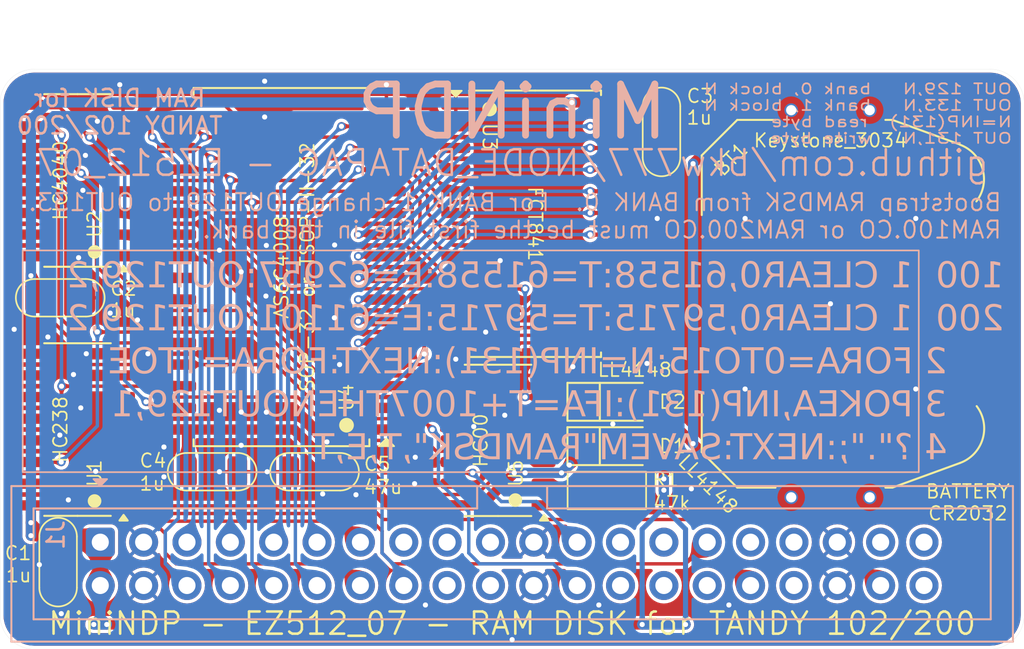
<source format=kicad_pcb>
(kicad_pcb (version 20240108) (generator "pcbnew") (generator_version "8.0")
  (title_block (title "MiniNDP") (date "2024-12-23") (rev "EZ512_07") (company "Brian K. White - b.kenyon.w@gmail.com") (comment 1 "github.com/bkw777/NODE_DATAPAC"))
  (layers (0 "F.Cu" signal) (31 "B.Cu" signal) (34 "B.Paste" user) (35 "F.Paste" user) (36 "B.SilkS" user "B.Silkscreen") (37 "F.SilkS" user "F.Silkscreen") (38 "B.Mask" user) (39 "F.Mask" user) (44 "Edge.Cuts" user))
  (net 0 "")
  (net 1 "GND")
  (net 2 "VMEM")
  (net 3 "VBUS")
  (net 4 "/AD0")
  (net 5 "/AD1")
  (net 6 "/AD2")
  (net 7 "/AD3")
  (net 8 "/AD4")
  (net 9 "/AD5")
  (net 10 "/AD6")
  (net 11 "/AD7")
  (net 12 "/A8")
  (net 13 "/A9")
  (net 14 "/~{RD}")
  (net 15 "/RAMRST")
  (net 16 "/~{Y0}")
  (net 17 "/(A)")
  (net 23 "/BUS_A10")
  (net 24 "/A5")
  (net 25 "/A6")
  (net 26 "/~{CE}")
  (net 27 "/A7")
  (net 28 "+BATT")
  (net 29 "/BUS_A8")
  (net 30 "/BUS_A9")
  (net 31 "/A0")
  (net 32 "/A1")
  (net 33 "/A2")
  (net 34 "/A3")
  (net 35 "/A4")
  (net 46 "/BYTE")
  (net 48 "/~{WR}")
  (net 50 "/A15")
  (net 51 "/A12")
  (net 52 "/A13")
  (net 53 "/A18")
  (net 54 "/A14")
  (net 55 "/A16")
  (net 56 "/A17")
  (net 57 "/A10")
  (net 58 "/A11")
  (net 59 "/BLOCK")
  (net 69 "Net-(U5-Pad3)")
  (footprint "000_LOCAL:C_1206" (layer "F.Cu") (at 125.475 99.425)
    (property "Reference" "C2")
    (property "Value" "1u")
  )
  (footprint "000_LOCAL:pth_nail" (layer "F.Cu") (at 168.3 88.425)
    (property "Reference" "REF**" (hide yes))
    (property "Value" "pth_nail" (hide yes))
  )
  (footprint "000_LOCAL:MiniNDP_Cover" (layer "F.Cu") (at 151.95 103.025)
    (property "Reference" "N1")
    (property "Value" "MiniNDP_Cover")
  )
  (footprint "000_LOCAL:Fiducial_0.75_1.5" (layer "F.Cu") (at 179.95 118.025)
    (property "Reference" "F2" (hide yes))
    (property "Value" "Fiducial_0.75_1.5" (hide yes))
  )
  (footprint "000_LOCAL:pth_nail" (layer "F.Cu") (at 172.9 88.425)
    (property "Reference" "REF**" (hide yes))
    (property "Value" "pth_nail" (hide yes))
  )
  (footprint "000_LOCAL:TSOP-II-SOP-32_dual" (layer "F.Cu") (at 138.4372 97.626 180)
    (property "Reference" "U4")
    (property "Value" "AS6C4008")
  )
  (footprint "000_LOCAL:SOIC-16_3.9x9.9mm_P1.27mm" (layer "F.Cu") (at 126.485 107.151 180)
    (property "Reference" "U1")
    (property "Value" "HC238")
  )
  (footprint "000_LOCAL:Fiducial_0.75_1.5" (layer "F.Cu") (at 179.95 88.025 90)
    (property "Reference" "F2" (hide yes))
    (property "Value" "Fiducial_0.75_1.5" (hide yes))
  )
  (footprint "000_LOCAL:R_1206" (layer "F.Cu") (at 157.5 110.725 180)
    (property "Reference" "R1")
    (property "Value" "47k")
  )
  (footprint "000_LOCAL:C_1206" (layer "F.Cu") (at 125.35 114.925 -90)
    (property "Reference" "C1")
    (property "Value" "1u")
  )
  (footprint "000_LOCAL:C_1206" (layer "F.Cu") (at 160.7 89.700001 -90)
    (property "Reference" "C3")
    (property "Value" "1u")
  )
  (footprint "000_LOCAL:SOIC-14_3.9x8.7mm_P1.27mm" (layer "F.Cu") (at 151.123 107.786 180)
    (property "Reference" "U5")
    (property "Value" "HC00")
  )
  (footprint "000_LOCAL:Fiducial_0.75_1.5" (layer "F.Cu") (at 123.95 118.025)
    (property "Reference" "F3" (hide yes))
    (property "Value" "Fiducial_0.75_1.5" (hide yes))
  )
  (footprint "000_LOCAL:pth_nail" (layer "F.Cu") (at 168.3 111.125)
    (property "Reference" "REF**" (hide yes))
    (property "Value" "pth_nail" (hide yes))
  )
  (footprint "000_LOCAL:D_MiniMELF" (layer "F.Cu") (at 157.85 105.525)
    (property "Reference" "D2")
    (property "Value" "LL4148")
  )
  (footprint "000_LOCAL:Keystone_3028_3034" (layer "F.Cu") (at 170.6 99.775 90)
    (property "Reference" "BT1")
    (property "Value" "Keystone_3034")
  )
  (footprint "000_LOCAL:SOIC-16_3.9x9.9mm_P1.27mm" (layer "F.Cu") (at 126.485 92.546 180)
    (property "Reference" "U2")
    (property "Value" "HC4040")
  )
  (footprint "000_LOCAL:SOIC-24" (layer "F.Cu") (at 153.298 95.086)
    (property "Reference" "U3")
    (property "Value" "FCT841")
  )
  (footprint "000_LOCAL:C_1206" (layer "F.Cu") (at 134.375001 109.625)
    (property "Reference" "C4")
    (property "Value" "1u")
  )
  (footprint "000_LOCAL:pth_nail" (layer "F.Cu") (at 172.9 111.125)
    (property "Reference" "REF**" (hide yes))
    (property "Value" "pth_nail" (hide yes))
  )
  (footprint "000_LOCAL:D_MiniMELF" (layer "F.Cu") (at 157.85 108.125)
    (property "Reference" "D1")
    (property "Value" "LL4148")
  )
  (footprint "000_LOCAL:C_1206" (layer "F.Cu") (at 140.374999 109.625 180)
    (property "Reference" "C5")
    (property "Value" "47u")
  )
  (footprint "000_LOCAL:IDC-Header_2x20_P2.54mm_Vertical" (layer "B.Cu") (at 127.820707 113.755707 -90)
    (property "Reference" "J1")
    (property "Value" "Conn_02x20_Odd_Even")
  )
  (gr_poly (pts (xy 127.439 118.581) (xy 128.201 118.581) (xy 128.201 118.579586) (xy 127.820707 118.199293)) (stroke (width 0.6)) (fill solid) (layer "B.Cu") (net 3))
  (gr_rect (start 123.275 96.65) (end 175.775 109.65) (stroke (width 0.1)) (fill none) (layer "B.SilkS"))
  (gr_line (start 123.95 86.025) (end 179.95 86.025) (stroke (width 0.01)) (layer "Edge.Cuts"))
  (gr_line (start 179.95 120.025) (end 123.95 120.025) (stroke (width 0.01)) (layer "Edge.Cuts"))
  (gr_arc (start 179.95 86.024999) (mid 181.364214 86.610786) (end 181.950001 88.025) (stroke (width 0.01)) (layer "Edge.Cuts"))
  (gr_arc (start 123.95 120.025) (mid 122.535786 119.439214) (end 121.95 118.025) (stroke (width 0.01)) (layer "Edge.Cuts"))
  (gr_arc (start 181.950001 118.025) (mid 181.364214 119.439214) (end 179.95 120.025001) (stroke (width 0.01)) (layer "Edge.Cuts"))
  (gr_line (start 181.95 88.025) (end 181.95 118.025) (stroke (width 0.01)) (layer "Edge.Cuts"))
  (gr_arc (start 121.949999 88.025) (mid 122.535786 86.610786) (end 123.95 86.024999) (stroke (width 0.01)) (layer "Edge.Cuts"))
  (gr_line (start 121.95 118.025) (end 121.95 88.025) (stroke (width 0.01)) (layer "Edge.Cuts"))
  (gr_text "${TITLE}" (at 151.95 88.525 0) (layer "B.SilkS") (effects (font (size 3 3) (thickness 0.4)) (justify mirror)))
  (gr_text "${COMMENT1} - ${REVISION}" (at 151.95 91.525 0) (layer "B.SilkS") (effects (font (size 1.5 1.5)) (justify mirror)))
  (gr_text "Bootstrap RAMDSK from BANK 0.  For BANK 1 change OUT129 to OUT133.\nRAM100.CO or RAM200.CO must be the first file in the bank." (at 180.7 96.025 0) (layer "B.SilkS") (effects (font (size 1 1) (thickness 0.12)) (justify left bottom mirror)))
  (gr_text "100  1 CLEAR0,61558:T=61558:E=62957:OUT129,2\n200  1 CLEAR0,59715:T=59715:E=61101:OUT129,2\n     2 FORA=0TO15:N=INP(131):NEXT:FORA=TTOE\n     3 POKEA,INP(131):IFA=T+1007THENOUT129,1\n     4 ?{dblquote}.{dblquote};:NEXT:SAVEM{dblquote}RAMDSK{dblquote},T,E,T" (at 180.775 109.15 0) (layer "B.SilkS") (effects (font (size 1.5 1.5) (thickness 0.1)) (justify left bottom mirror)))
  (gr_text "RAM DISK for\nTANDY 102/200" (at 128.95 88.525 0) (layer "B.SilkS") (effects (font (size 1 1)) (justify mirror)))
  (gr_text "OUT 129,N   bank 0, block N\nOUT 133,N   bank 1, block N\nN=INP(131)  read byte\nOUT 131,N   write byte" (at 181.3 88.625 0) (layer "B.SilkS") (effects (font (size 0.6 0.8) (thickness 0.1)) (justify left mirror)))
  (gr_text "SOP-32 or TSOP-II-32" (at 139.95 97.625 90) (layer "F.SilkS") (effects (font (size 0.8 0.8) (thickness 0.1))))
  (gr_text "${TITLE} - ${REVISION} - RAM DISK for TANDY 102/200" (at 151.95 118.525 0) (layer "F.SilkS") (effects (font (size 1.3 1.3))))
  (gr_text "BATTERY\nCR2032" (at 178.65 111.425 0) (layer "F.SilkS") (effects (font (size 0.8 0.8) (thickness 0.1))))
  (via (at 126.677 105.881) (size 0.5) (drill 0.3) (layers "F.Cu" "B.Cu") (net 1))
  (via (at 149.7 106.975) (size 0.5) (drill 0.3) (layers "F.Cu" "B.Cu") (net 1))
  (via (at 151.25 97.245) (size 0.5) (drill 0.3) (layers "F.Cu" "B.Cu") (net 1))
  (via (at 148.648 103.025) (size 0.5) (drill 0.3) (layers "F.Cu" "B.Cu") (net 1))
  (via (at 170.6 99.775) (size 0.5) (drill 0.3) (layers "F.Cu" "B.Cu") (net 1))
  (via (at 164.65 117.438) (size 0.5) (drill 0.3) (layers "F.Cu" "B.Cu") (net 1))
  (via (at 140.85 110.925) (size 0.5) (drill 0.3) (layers "F.Cu" "B.Cu") (net 1))
  (via (at 165.6 94.775) (size 0.5) (drill 0.3) (layers "F.Cu" "B.Cu") (net 1))
  (via (at 130.614 102.706) (size 0.5) (drill 0.3) (layers "F.Cu" "B.Cu") (net 1))
  (via (at 128.963 86.9326) (size 0.5) (drill 0.3) (layers "F.Cu" "B.Cu") (net 1))
  (via (at 137.6 109.625) (size 0.5) (drill 0.3) (layers "F.Cu" "B.Cu") (net 1))
  (via (at 146.235 110.326) (size 0.5) (drill 0.3) (layers "F.Cu" "B.Cu") (net 1))
  (via (at 141.1 107.875) (size 0.5) (drill 0.3) (layers "F.Cu" "B.Cu") (net 1))
  (via (at 137.55 106.135) (size 0.5) (drill 0.3) (layers "F.Cu" "B.Cu") (net 1))
  (via (at 175.6 94.775) (size 0.5) (drill 0.3) (layers "F.Cu" "B.Cu") (net 1))
  (via (at 125.45 107.475) (size 0.5) (drill 0.3) (layers "F.Cu" "B.Cu") (net 1))
  (via (at 141.8408 103.341) (size 0.5) (drill 0.3) (layers "F.Cu" "B.Cu") (net 1))
  (via (at 150.4 101.436) (size 0.5) (drill 0.3) (layers "F.Cu" "B.Cu") (net 1))
  (via (at 151.5182 106.3128) (size 0.5) (drill 0.3) (layers "F.Cu" "B.Cu") (net 1))
  (via (at 136.075 108.075) (size 0.5) (drill 0.3) (layers "F.Cu" "B.Cu") (net 1))
  (via (at 124.75 101.725) (size 0.5) (drill 0.3) (layers "F.Cu" "B.Cu") (net 1))
  (via (at 136.075 97.9054) (size 0.5) (drill 0.3) (layers "F.Cu" "B.Cu") (net 1))
  (via (at 125.534 117.946) (size 0.5) (drill 0.3) (layers "F.Cu" "B.Cu") (net 1))
  (via (at 137.55 96.356) (size 0.5) (drill 0.3) (layers "F.Cu" "B.Cu") (net 1))
  (via (at 134.8 109.625) (size 0.5) (drill 0.3) (layers "F.Cu" "B.Cu") (net 1))
  (via (at 126.25 103.925) (size 0.5) (drill 0.3) (layers "F.Cu" "B.Cu") (net 1))
  (via (at 126.95 91.075) (size 0.5) (drill 0.3) (layers "F.Cu" "B.Cu") (net 1))
  (via (at 122.775 101.275) (size 0.5) (drill 0.3) (layers "F.Cu" "B.Cu") (net 1))
  (via (at 126.8 93.125) (size 0.5) (drill 0.3) (layers "F.Cu" "B.Cu") (net 1))
  (via (at 126.55 97.075) (size 0.5) (drill 0.3) (layers "F.Cu" "B.Cu") (net 1))
  (via (at 137.45 88.825) (size 0.5) (drill 0.3) (layers "F.Cu" "B.Cu") (net 1))
  (via (at 130 100.725) (size 0.5) (drill 0.3) (layers "F.Cu" "B.Cu") (net 1))
  (via (at 165.6 104.775) (size 0.5) (drill 0.3) (layers "F.Cu" "B.Cu") (net 1))
  (via (at 136.075 106.125) (size 0.5) (drill 0.3) (layers "F.Cu" "B.Cu") (net 1))
  (via (at 146.87 117.438) (size 0.5) (drill 0.3) (layers "F.Cu" "B.Cu") (net 1))
  (via (at 151.95 119.47) (size 0.5) (drill 0.3) (layers "F.Cu" "B.Cu") (net 1))
  (via (at 127 102.706) (size 0.5) (drill 0.3) (layers "F.Cu" "B.Cu") (net 1))
  (via (at 127.55 109.6) (size 0.5) (drill 0.3) (layers "F.Cu" "B.Cu") (net 1))
  (via (at 155.506 103.468) (size 0.5) (drill 0.3) (layers "F.Cu" "B.Cu") (net 1))
  (via (at 124.25 115.075) (size 0.5) (drill 0.3) (layers "F.Cu" "B.Cu") (net 1))
  (via (at 141.55 96.3306) (size 0.5) (drill 0.3) (layers "F.Cu" "B.Cu") (net 1))
  (via (at 131.55 108.175) (size 0.5) (drill 0.3) (layers "F.Cu" "B.Cu") (net 1))
  (via (at 159.85 103.275) (size 0.5) (drill 0.3) (layers "F.Cu" "B.Cu") (net 1))
  (via (at 128.4 100.325) (size 0.5) (drill 0.3) (layers "F.Cu" "B.Cu") (net 1))
  (via (at 144.584 86.9326) (size 0.5) (drill 0.3) (layers "F.Cu" "B.Cu") (net 1))
  (via (at 134.8 106.025) (size 0.5) (drill 0.3) (layers "F.Cu" "B.Cu") (net 1))
  (via (at 146.275 108.775) (size 0.5) (drill 0.3) (layers "F.Cu" "B.Cu") (net 1))
  (via (at 141.536 100.5978) (size 0.5) (drill 0.3) (layers "F.Cu" "B.Cu") (net 1))
  (via (at 157.03 117.438) (size 0.5) (drill 0.3) (layers "F.Cu" "B.Cu") (net 1))
  (via (at 157.85 106.825) (size 0.5) (drill 0.3) (layers "F.Cu" "B.Cu") (net 1))
  (via (at 127.65 89.075) (size 0.5) (drill 0.3) (layers "F.Cu" "B.Cu") (net 1))
  (via (at 160.45 94.775) (size 0.5) (drill 0.3) (layers "F.Cu" "B.Cu") (net 1))
  (via (at 142.8 110.975) (size 0.5) (drill 0.3) (layers "F.Cu" "B.Cu") (net 1))
  (via (at 175.6 104.775) (size 0.5) (drill 0.3) (layers "F.Cu" "B.Cu") (net 1))
  (via (at 131.55 109.925) (size 0.5) (drill 0.3) (layers "F.Cu" "B.Cu") (net 1))
  (via (at 137.525 99.325) (size 0.5) (drill 0.3) (layers "F.Cu" "B.Cu") (net 1))
  (via (at 137.45 86.725) (size 0.5) (drill 0.3) (layers "F.Cu" "B.Cu") (net 1))
  (via (at 134.805 96.6354) (size 0.5) (drill 0.3) (layers "F.Cu" "B.Cu") (net 1))
  (via (at 125.95 111.275) (size 0.5) (drill 0.3) (layers "F.Cu" "B.Cu") (net 1))
  (via (at 162.45 110.625) (size 0.5) (drill 0.3) (layers "F.Cu" "B.Cu") (net 1))
  (segment (start 132.9 109.625) (end 132.9 107.151) (width 0.6) (layer "F.Cu") (net 2))
  (segment (start 150.172 111.596) (end 144.771 111.596) (width 0.6) (layer "F.Cu") (net 2))
  (segment (start 142.3 110.075) (end 141.85 109.625) (width 0.6) (layer "F.Cu") (net 2))
  (segment (start 139.176 107.151) (end 132.2904 107.151) (width 0.6) (layer "F.Cu") (net 2))
  (segment (start 141.05 109.025) (end 139.176 107.151) (width 0.6) (layer "F.Cu") (net 2))
  (segment (start 156.1 108.125) (end 156.1 105.525) (width 0.6) (layer "F.Cu") (net 2))
  (segment (start 143.25 110.075) (end 142.3 110.075) (width 0.6) (layer "F.Cu") (net 2))
  (segment (start 156.1 108.4366) (end 156.1 108.125) (width 0.6) (layer "F.Cu") (net 2))
  (segment (start 141.85 109.625) (end 141.85 109.025) (width 0.6) (layer "F.Cu") (net 2))
  (segment (start 141.85 109.025) (end 141.05 109.025) (width 0.6) (layer "F.Cu") (net 2))
  (segment (start 154.8456 109.691) (end 156.1 108.4366) (width 0.6) (layer "F.Cu") (net 2))
  (segment (start 152.077 109.691) (end 150.172 111.596) (width 0.6) (layer "F.Cu") (net 2))
  (segment (start 152.712 109.691) (end 152.077 109.691) (width 0.6) (layer "F.Cu") (net 2))
  (segment (start 144.771 111.596) (end 143.25 110.075) (width 0.6) (layer "F.Cu") (net 2))
  (segment (start 156.1 108.125) (end 156.1 108.8274) (width 0.3) (layer "F.Cu") (net 2))
  (segment (start 156.1 108.8274) (end 157.3094 108.8274) (width 0.3) (layer "F.Cu") (net 2))
  (segment (start 158.9625 110.4805) (end 158.9625 110.725) (width 0.3) (layer "F.Cu") (net 2))
  (segment (start 132.9 107.151) (end 132.2904 107.151) (width 0.6) (layer "F.Cu") (net 2))
  (segment (start 157.3094 108.8274) (end 158.9625 110.4805) (width 0.3) (layer "F.Cu") (net 2))
  (via (at 152.077 109.691) (size 0.6) (drill 0.3) (layers "F.Cu" "B.Cu") (net 2))
  (via (at 155.3028 109.2338) (size 0.6) (drill 0.3) (layers "F.Cu" "B.Cu") (net 2))
  (via (at 152.712 109.691) (size 0.6) (drill 0.3) (layers "F.Cu" "B.Cu") (net 2))
  (via (at 154.8456 109.691) (size 0.6) (drill 0.3) (layers "F.Cu" "B.Cu") (net 2))
  (segment (start 155.3028 109.2338) (end 154.8456 109.691) (width 0.6) (layer "B.Cu") (net 2))
  (segment (start 154.8456 109.691) (end 152.077 109.691) (width 0.6) (layer "B.Cu") (net 2))
  (segment (start 127.439 118.581) (end 162.11 118.581) (width 0.6) (layer "F.Cu") (net 3))
  (segment (start 123.756 112.612) (end 123.756 111.658) (width 0.6) (layer "F.Cu") (net 3))
  (segment (start 123.756 97.053) (end 123.818 96.991) (width 0.6) (layer "F.Cu") (net 3))
  (segment (start 123.756 98.134) (end 123.756 97.053) (width 0.6) (layer "F.Cu") (net 3))
  (segment (start 125.273999 113.373999) (end 124.518 113.373999) (width 0.6) (layer "F.Cu") (net 3))
  (segment (start 123.756 112.612) (end 123.756 113.373999) (width 0.6) (layer "F.Cu") (net 3))
  (segment (start 125.35 113.45) (end 127.515 113.45) (width 1) (layer "F.Cu") (net 3))
  (segment (start 127.82 116.295) (end 127.82 113.755) (width 0.6) (layer "F.Cu") (net 3))
  (segment (start 123.756001 112.612) (end 124.518 113.373999) (width 0.6) (layer "F.Cu") (net 3))
  (segment (start 127.515 113.45) (end 127.82 113.755) (width 1) (layer "F.Cu") (net 3))
  (segment (start 123.756 111.658) (end 123.818 111.596) (width 0.6) (layer "F.Cu") (net 3))
  (segment (start 124.518 113.373999) (end 123.756 113.373999) (width 0.6) (layer "F.Cu") (net 3))
  (segment (start 123.756 112.612) (end 123.756001 112.612) (width 0.6) (layer "F.Cu") (net 3))
  (segment (start 155.45 87.974) (end 160.449 87.974) (width 0.6) (layer "F.Cu") (net 3))
  (segment (start 160.449 87.974) (end 160.7 88.225) (width 0.6) (layer "F.Cu") (net 3))
  (segment (start 160.84 110.707) (end 160.84 109.365) (width 0.6) (layer "F.Cu") (net 3))
  (segment (start 124 99.425) (end 123.756 99.181) (width 0.6) (layer "F.Cu") (net 3))
  (segment (start 123.756 99.181) (end 123.756 98.134) (width 0.6) (layer "F.Cu") (net 3))
  (segment (start 160.84 109.365) (end 159.6 108.125) (width 0.6) (layer "F.Cu") (net 3))
  (via (at 160.84 110.0466) (size 0.6) (drill 0.3) (layers "F.Cu" "B.Cu") (net 3))
  (via (at 127.439 118.581) (size 0.6) (drill 0.3) (layers "F.Cu" "B.Cu") (net 3))
  (via (at 155.45 87.974) (size 0.6) (drill 0.3) (layers "F.Cu" "B.Cu") (net 3))
  (via (at 123.756 112.612) (size 0.6) (drill 0.3) (layers "F.Cu" "B.Cu") (net 3))
  (via (at 159.57 118.581) (size 0.6) (drill 0.3) (layers "F.Cu" "B.Cu") (net 3))
  (via (at 160.84 110.707) (size 0.6) (drill 0.3) (layers "F.Cu" "B.Cu") (net 3))
  (via (at 123.756 113.373999) (size 0.6) (drill 0.3) (layers "F.Cu" "B.Cu") (net 3))
  (via (at 128.201 118.581) (size 0.6) (drill 0.3) (layers "F.Cu" "B.Cu") (net 3))
  (via (at 123.756 98.134) (size 0.6) (drill 0.3) (layers "F.Cu" "B.Cu") (net 3))
  (via (at 162.11 118.581) (size 0.6) (drill 0.3) (layers "F.Cu" "B.Cu") (net 3))
  (segment (start 123.756 98.134) (end 123.756 88.994) (width 0.6) (layer "B.Cu") (net 3))
  (segment (start 159.57 118.581) (end 162.11 118.581) (width 0.6) (layer "B.Cu") (net 3))
  (segment (start 162.11 112.993) (end 162.11 118.581) (width 0.3) (layer "B.Cu") (net 3))
  (segment (start 160.84 110.0466) (end 160.84 111.723) (width 0.6) (layer "B.Cu") (net 3))
  (segment (start 159.57 112.993) (end 159.57 118.581) (width 0.3) (layer "B.Cu") (net 3))
  (segment (start 160.84 111.723) (end 159.57 112.993) (width 0.3) (layer "B.Cu") (net 3))
  (segment (start 127.82 116.295) (end 127.820707 116.295707) (width 0.6) (layer "B.Cu") (net 3))
  (segment (start 128.201 118.581) (end 127.439 118.581) (width 0.6) (layer "B.Cu") (net 3))
  (segment (start 124.776 87.974) (end 155.45 87.974) (width 0.6) (layer "B.Cu") (net 3))
  (segment (start 123.756 113.373999) (end 123.756 98.134) (width 0.6) (layer "B.Cu") (net 3))
  (segment (start 127.82 118.390146) (end 127.82 116.296414) (width 0.6) (layer "B.Cu") (net 3))
  (segment (start 123.756 88.994) (end 124.776 87.974) (width 0.6) (layer "B.Cu") (net 3))
  (segment (start 127.82 116.296414) (end 127.820707 116.295707) (width 1) (layer "B.Cu") (net 3))
  (segment (start 160.84 111.723) (end 162.11 112.993) (width 0.3) (layer "B.Cu") (net 3))
  (segment (start 139.189 88.736) (end 146.997 88.736) (width 0.2) (layer "F.Cu") (net 4))
  (segment (start 130.741 88.863) (end 131.503 88.101) (width 0.2) (layer "F.Cu") (net 4))
  (segment (start 135.076 88.101) (end 136.45 89.475) (width 0.2) (layer "F.Cu") (net 4))
  (segment (start 130.868 90.006) (end 130.741 89.879) (width 0.2) (layer "F.Cu") (net 4))
  (segment (start 138.45 89.475) (end 139.189 88.736) (width 0.2) (layer "F.Cu") (net 4))
  (segment (start 136.45 89.475) (end 138.45 89.475) (width 0.2) (layer "F.Cu") (net 4))
  (segment (start 147.505 89.244) (end 148.521 89.244) (width 0.2) (layer "F.Cu") (net 4))
  (segment (start 130.741 89.879) (end 130.741 88.863) (width 0.2) (layer "F.Cu") (net 4))
  (segment (start 148.521 89.244) (end 148.648 89.371) (width 0.2) (layer "F.Cu") (net 4))
  (segment (start 131.503 88.101) (end 132.2904 88.101) (width 0.2) (layer "F.Cu") (net 4))
  (segment (start 132.2904 88.101) (end 135.076 88.101) (width 0.2) (layer "F.Cu") (net 4))
  (segment (start 146.997 88.736) (end 147.505 89.244) (width 0.2) (layer "F.Cu") (net 4))
  (via (at 130.868 90.006) (size 0.5) (drill 0.3) (layers "F.Cu" "B.Cu") (net 4))
  (segment (start 132.392 112.358) (end 131.63 113.12) (width 0.2) (layer "B.Cu") (net 4))
  (segment (start 132.392 91.53) (end 132.392 112.358) (width 0.2) (layer "B.Cu") (net 4))
  (segment (start 130.868 90.006) (end 132.392 91.53) (width 0.2) (layer "B.Cu") (net 4))
  (segment (start 131.63 113.12) (end 131.63 115.025) (width 0.2) (layer "B.Cu") (net 4))
  (segment (start 131.63 115.025) (end 132.9 116.295) (width 0.2) (layer "B.Cu") (net 4))
  (segment (start 133.281 89.371) (end 132.2904 89.371) (width 0.2) (layer "F.Cu") (net 5))
  (segment (start 133.916 90.006) (end 133.281 89.371) (width 0.2) (layer "F.Cu") (net 5))
  (segment (start 148.195 91.911) (end 148.648 91.911) (width 0.2) (layer "F.Cu") (net 5))
  (segment (start 133.916 90.006) (end 146.29 90.006) (width 0.2) (layer "F.Cu") (net 5))
  (segment (start 146.29 90.006) (end 148.195 91.911) (width 0.2) (layer "F.Cu") (net 5))
  (via (at 133.916 90.006) (size 0.5) (drill 0.3) (layers "F.Cu" "B.Cu") (net 5))
  (segment (start 133.916 90.006) (end 133.281 90.641) (width 0.2) (layer "B.Cu") (net 5))
  (segment (start 133.281 113.374) (end 132.9 113.755) (width 0.2) (layer "B.Cu") (net 5))
  (segment (start 133.281 90.641) (end 133.281 113.374) (width 0.2) (layer "B.Cu") (net 5))
  (segment (start 145.981 91.276) (end 147 92.295) (width 0.2) (layer "F.Cu") (net 6))
  (segment (start 134.3 91.276) (end 133.665 90.641) (width 0.2) (layer "F.Cu") (net 6))
  (segment (start 148.076 94.451) (end 148.648 94.451) (width 0.2) (layer "F.Cu") (net 6))
  (segment (start 134.3 91.276) (end 145.981 91.276) (width 0.2) (layer "F.Cu") (net 6))
  (segment (start 133.665 90.641) (end 132.2904 90.641) (width 0.2) (layer "F.Cu") (net 6))
  (segment (start 147.45 93.825) (end 148.076 94.451) (width 0.2) (layer "F.Cu") (net 6))
  (segment (start 147 92.295) (end 147 92.7522) (width 0.2) (layer "F.Cu") (net 6))
  (segment (start 147 92.7522) (end 147.45 93.2022) (width 0.2) (layer "F.Cu") (net 6))
  (segment (start 147.45 93.2022) (end 147.45 93.825) (width 0.2) (layer "F.Cu") (net 6))
  (via (at 134.3 91.276) (size 0.5) (drill 0.3) (layers "F.Cu" "B.Cu") (net 6))
  (segment (start 134.3 91.276) (end 134.17 91.406) (width 0.2) (layer "B.Cu") (net 6))
  (segment (start 134.17 91.406) (end 134.17 115.025) (width 0.2) (layer "B.Cu") (net 6))
  (segment (start 134.17 115.025) (end 135.44 116.295) (width 0.2) (layer "B.Cu") (net 6))
  (segment (start 146.1 93.2746) (end 146.55 93.7246) (width 0.2) (layer "F.Cu") (net 7))
  (segment (start 145.851 92.546) (end 146.1 92.795) (width 0.2) (layer "F.Cu") (net 7))
  (segment (start 146.1 92.795) (end 146.1 93.2746) (width 0.2) (layer "F.Cu") (net 7))
  (segment (start 146.55 95.316) (end 148.225 96.991) (width 0.2) (layer "F.Cu") (net 7))
  (segment (start 135.461 92.546) (end 145.851 92.546) (width 0.2) (layer "F.Cu") (net 7))
  (segment (start 135.44 92.525) (end 134.826 91.911) (width 0.2) (layer "F.Cu") (net 7))
  (segment (start 146.55 93.7246) (end 146.55 95.316) (width 0.2) (layer "F.Cu") (net 7))
  (segment (start 134.826 91.911) (end 132.2904 91.911) (width 0.2) (layer "F.Cu") (net 7))
  (segment (start 148.225 96.991) (end 148.648 96.991) (width 0.2) (layer "F.Cu") (net 7))
  (segment (start 135.44 92.525) (end 135.461 92.546) (width 0.2) (layer "F.Cu") (net 7))
  (via (at 135.44 92.525) (size 0.5) (drill 0.3) (layers "F.Cu" "B.Cu") (net 7))
  (segment (start 135.44 92.525) (end 135.44 113.755) (width 0.2) (layer "B.Cu") (net 7))
  (segment (start 145.9 93.816) (end 146.1 94.016) (width 0.2) (layer "F.Cu") (net 8))
  (segment (start 146.1 96.125) (end 148.236 98.261) (width 0.2) (layer "F.Cu") (net 8))
  (segment (start 146.1 94.016) (end 146.1 96.125) (width 0.2) (layer "F.Cu") (net 8))
  (segment (start 136.71 93.825) (end 134.941 93.825) (width 0.2) (layer "F.Cu") (net 8))
  (segment (start 136.719 93.816) (end 145.9 93.816) (width 0.2) (layer "F.Cu") (net 8))
  (segment (start 136.71 93.825) (end 136.719 93.816) (width 0.2) (layer "F.Cu") (net 8))
  (segment (start 134.297 93.181) (end 132.2904 93.181) (width 0.2) (layer "F.Cu") (net 8))
  (segment (start 134.941 93.825) (end 134.297 93.181) (width 0.2) (layer "F.Cu") (net 8))
  (segment (start 148.236 98.261) (end 148.648 98.261) (width 0.2) (layer "F.Cu") (net 8))
  (via (at 136.71 93.825) (size 0.5) (drill 0.3) (layers "F.Cu" "B.Cu") (net 8))
  (segment (start 136.71 93.825) (end 136.71 115.025) (width 0.2) (layer "B.Cu") (net 8))
  (segment (start 136.71 115.025) (end 137.98 116.295) (width 0.2) (layer "B.Cu") (net 8))
  (segment (start 148.521 90.514) (end 148.648 90.641) (width 0.2) (layer "F.Cu") (net 9))
  (segment (start 144.584 89.371) (end 144.711 89.244) (width 0.2) (layer "F.Cu") (net 9))
  (segment (start 141.95 89.371) (end 144.584 89.371) (width 0.2) (layer "F.Cu") (net 9))
  (segment (start 147.5304 90.514) (end 148.521 90.514) (width 0.2) (layer "F.Cu") (net 9))
  (segment (start 146.2604 89.244) (end 147.5304 90.514) (width 0.2) (layer "F.Cu") (net 9))
  (segment (start 144.711 89.244) (end 146.2604 89.244) (width 0.2) (layer "F.Cu") (net 9))
  (via (at 141.95 89.371) (size 0.5) (drill 0.3) (layers "F.Cu" "B.Cu") (net 9))
  (segment (start 138.4 92.921) (end 138.4 113.335) (width 0.2) (layer "B.Cu") (net 9))
  (segment (start 141.95 89.371) (end 138.4 92.921) (width 0.2) (layer "B.Cu") (net 9))
  (segment (start 138.4 113.335) (end 137.98 113.755) (width 0.2) (layer "B.Cu") (net 9))
  (segment (start 148.214 93.181) (end 148.648 93.181) (width 0.2) (layer "F.Cu") (net 10))
  (segment (start 146.0826 90.641) (end 147.45 92.0084) (width 0.2) (layer "F.Cu") (net 10))
  (segment (start 147.45 92.417) (end 148.214 93.181) (width 0.2) (layer "F.Cu") (net 10))
  (segment (start 142.45 90.641) (end 146.0826 90.641) (width 0.2) (layer "F.Cu") (net 10))
  (segment (start 147.45 92.0084) (end 147.45 92.417) (width 0.2) (layer "F.Cu") (net 10))
  (via (at 142.45 90.641) (size 0.5) (drill 0.3) (layers "F.Cu" "B.Cu") (net 10))
  (segment (start 139.25 93.841) (end 139.25 115.025) (width 0.2) (layer "B.Cu") (net 10))
  (segment (start 139.25 115.025) (end 140.52 116.295) (width 0.2) (layer "B.Cu") (net 10))
  (segment (start 142.45 90.641) (end 139.25 93.841) (width 0.2) (layer "B.Cu") (net 10))
  (segment (start 144.6094 91.911) (end 144.7734 92.075) (width 0.2) (layer "F.Cu") (net 11))
  (segment (start 147 93.4655) (end 147 94.466) (width 0.2) (layer "F.Cu") (net 11))
  (segment (start 148.255 95.721) (end 148.648 95.721) (width 0.2) (layer "F.Cu") (net 11))
  (segment (start 146.0688 92.075) (end 146.55 92.5562) (width 0.2) (layer "F.Cu") (net 11))
  (segment (start 142.933 91.911) (end 144.6094 91.911) (width 0.2) (layer "F.Cu") (net 11))
  (segment (start 144.7734 92.075) (end 146.0688 92.075) (width 0.2) (layer "F.Cu") (net 11))
  (segment (start 147 94.466) (end 148.255 95.721) (width 0.2) (layer "F.Cu") (net 11))
  (segment (start 146.55 92.5562) (end 146.55 93.0155) (width 0.2) (layer "F.Cu") (net 11))
  (segment (start 146.55 93.0155) (end 147 93.4655) (width 0.2) (layer "F.Cu") (net 11))
  (via (at 142.933 91.911) (size 0.5) (drill 0.3) (layers "F.Cu" "B.Cu") (net 11))
  (segment (start 140.1 94.744) (end 140.1 113.335) (width 0.2) (layer "B.Cu") (net 11))
  (segment (start 142.933 91.911) (end 140.1 94.744) (width 0.2) (layer "B.Cu") (net 11))
  (segment (start 140.1 113.335) (end 140.52 113.755) (width 0.2) (layer "B.Cu") (net 11))
  (segment (start 123.982 92.075) (end 123.818 91.911) (width 0.2) (layer "F.Cu") (net 12))
  (segment (start 127.6 94.8406) (end 124.8344 92.075) (width 0.2) (layer "F.Cu") (net 12))
  (segment (start 132.2904 100.801) (end 132.1144 100.625) (width 0.2) (layer "F.Cu") (net 12))
  (segment (start 124.8344 92.075) (end 123.982 92.075) (width 0.2) (layer "F.Cu") (net 12))
  (segment (start 127.6 97.575) (end 127.6 94.8406) (width 0.2) (layer "F.Cu") (net 12))
  (segment (start 130.9 100.625) (end 128.4 98.125) (width 0.2) (layer "F.Cu") (net 12))
  (segment (start 128.4 98.125) (end 128.15 98.125) (width 0.2) (layer "F.Cu") (net 12))
  (segment (start 132.1144 100.625) (end 130.9 100.625) (width 0.2) (layer "F.Cu") (net 12))
  (segment (start 128.15 98.125) (end 127.6 97.575) (width 0.2) (layer "F.Cu") (net 12))
  (segment (start 124.95 100.725) (end 124.95 95.125) (width 0.2) (layer "F.Cu") (net 13))
  (segment (start 132.2904 104.611) (end 131.4522 104.611) (width 0.2) (layer "F.Cu") (net 13))
  (segment (start 126.35 103.025) (end 126.35 102.125) (width 0.2) (layer "F.Cu") (net 13))
  (segment (start 126.666 103.341) (end 126.35 103.025) (width 0.2) (layer "F.Cu") (net 13))
  (segment (start 124.012 94.645) (end 123.818 94.451) (width 0.2) (layer "F.Cu") (net 13))
  (segment (start 131.4522 104.611) (end 130.1822 103.341) (width 0.2) (layer "F.Cu") (net 13))
  (segment (start 124.47 94.645) (end 124.012 94.645) (width 0.2) (layer "F.Cu") (net 13))
  (segment (start 124.95 95.125) (end 124.47 94.645) (width 0.2) (layer "F.Cu") (net 13))
  (segment (start 126.35 102.125) (end 124.95 100.725) (width 0.2) (layer "F.Cu") (net 13))
  (segment (start 130.1822 103.341) (end 126.666 103.341) (width 0.2) (layer "F.Cu") (net 13))
  (segment (start 147.2764 107.151) (end 146.6414 106.516) (width 0.2) (layer "F.Cu") (net 14))
  (segment (start 143.241 106.516) (end 133.9192 97.1942) (width 0.2) (layer "F.Cu") (net 14))
  (segment (start 132.4936 97.1942) (end 132.2904 96.991) (width 0.2) (layer "F.Cu") (net 14))
  (segment (start 146.6414 106.516) (end 143.241 106.516) (width 0.2) (layer "F.Cu") (net 14))
  (segment (start 133.9192 97.1942) (end 132.4936 97.1942) (width 0.2) (layer "F.Cu") (net 14))
  (via (at 147.2764 107.151) (size 0.5) (drill 0.3) (layers "F.Cu" "B.Cu") (net 14))
  (segment (start 154.363 115.025) (end 155.633 116.295) (width 0.2) (layer "B.Cu") (net 14))
  (segment (start 147.632 110.199) (end 149.41 111.977) (width 0.2) (layer "B.Cu") (net 14))
  (segment (start 155.633 116.295) (end 155.76 116.295) (width 0.2) (layer "B.Cu") (net 14))
  (segment (start 147.2764 107.151) (end 147.632 107.5066) (width 0.2) (layer "B.Cu") (net 14))
  (segment (start 147.632 107.5066) (end 147.632 110.199) (width 0.2) (layer "B.Cu") (net 14))
  (segment (start 149.41 111.977) (end 149.41 114.39) (width 0.2) (layer "B.Cu") (net 14))
  (segment (start 150.045 115.025) (end 154.363 115.025) (width 0.2) (layer "B.Cu") (net 14))
  (segment (start 149.41 114.39) (end 150.045 115.025) (width 0.2) (layer "B.Cu") (net 14))
  (segment (start 155.6385 110.326) (end 153.79 110.326) (width 0.2) (layer "F.Cu") (net 15))
  (segment (start 156.0375 110.725) (end 155.6385 110.326) (width 0.2) (layer "F.Cu") (net 15))
  (segment (start 156.0375 111.475) (end 153.911 111.475) (width 0.2) (layer "F.Cu") (net 15))
  (segment (start 164.65 112.358) (end 166.428 112.358) (width 0.3) (layer "F.Cu") (net 15))
  (segment (start 153.911 111.475) (end 153.79 111.596) (width 0.2) (layer "F.Cu") (net 15))
  (segment (start 167.825 115.025) (end 172.27 115.025) (width 0.3) (layer "F.Cu") (net 15))
  (segment (start 156.95 111.975) (end 164.267 111.975) (width 0.3) (layer "F.Cu") (net 15))
  (segment (start 156.0375 110.725) (end 156.0375 111.475) (width 0.2) (layer "F.Cu") (net 15))
  (segment (start 167.19 114.39) (end 167.825 115.025) (width 0.3) (layer "F.Cu") (net 15))
  (segment (start 164.267 111.975) (end 164.65 112.358) (width 0.3) (layer "F.Cu") (net 15))
  (segment (start 172.27 115.025) (end 173.54 116.295) (width 0.3) (layer "F.Cu") (net 15))
  (segment (start 156.0375 110.725) (end 156.0375 111.0625) (width 0.3) (layer "F.Cu") (net 15))
  (segment (start 166.428 112.358) (end 167.19 113.12) (width 0.3) (layer "F.Cu") (net 15))
  (segment (start 156.0375 111.0625) (end 156.95 111.975) (width 0.3) (layer "F.Cu") (net 15))
  (segment (start 167.19 113.12) (end 167.19 114.39) (width 0.3) (layer "F.Cu") (net 15))
  (segment (start 129.152 107.786) (end 129.461 107.786) (width 0.2) (layer "F.Cu") (net 16))
  (segment (start 129.461 107.786) (end 130.25 108.575) (width 0.2) (layer "F.Cu") (net 16))
  (segment (start 162.11 115.025) (end 163.38 113.755) (width 0.2) (layer "F.Cu") (net 16))
  (segment (start 130.25 108.575) (end 130.25 110.675) (width 0.2) (layer "F.Cu") (net 16))
  (segment (start 144.965 115.025) (end 162.11 115.025) (width 0.2) (layer "F.Cu") (net 16))
  (segment (start 131.65 112.075) (end 143.3 112.075) (width 0.2) (layer "F.Cu") (net 16))
  (segment (start 144.33 114.39) (end 144.965 115.025) (width 0.2) (layer "F.Cu") (net 16))
  (segment (start 130.25 110.675) (end 131.65 112.075) (width 0.2) (layer "F.Cu") (net 16))
  (segment (start 144.33 113.105) (end 144.33 114.39) (width 0.2) (layer "F.Cu") (net 16))
  (segment (start 143.3 112.075) (end 144.33 113.105) (width 0.2) (layer "F.Cu") (net 16))
  (segment (start 164.65 113.12) (end 164.65 115.025) (width 0.2) (layer "F.Cu") (net 17))
  (segment (start 131.8 111.625) (end 143.60575 111.625) (width 0.2) (layer "F.Cu") (net 17))
  (segment (start 129.152 105.246) (end 129.3948 105.246) (width 0.2) (layer "F.Cu") (net 17))
  (segment (start 164.65 115.025) (end 165.92 116.295) (width 0.2) (layer "F.Cu") (net 17))
  (segment (start 130.7 110.525) (end 131.8 111.625) (width 0.2) (layer "F.Cu") (net 17))
  (segment (start 130.7 108.375) (end 130.7 110.525) (width 0.2) (layer "F.Cu") (net 17))
  (segment (start 129.3948 105.246) (end 130.2838 106.135) (width 0.2) (layer "F.Cu") (net 17))
  (segment (start 163.955 112.425) (end 164.65 113.12) (width 0.2) (layer "F.Cu") (net 17))
  (segment (start 144.40575 112.425) (end 163.955 112.425) (width 0.2) (layer "F.Cu") (net 17))
  (segment (start 130.2838 106.135) (end 130.2838 107.9588) (width 0.2) (layer "F.Cu") (net 17))
  (segment (start 143.60575 111.625) (end 144.40575 112.425) (width 0.2) (layer "F.Cu") (net 17))
  (segment (start 130.2838 107.9588) (end 130.7 108.375) (width 0.2) (layer "F.Cu") (net 17))
  (segment (start 147.505 99.531) (end 148.648 99.531) (width 0.2) (layer "F.Cu") (net 23))
  (segment (start 146.8 102.725) (end 146.8 100.236) (width 0.2) (layer "F.Cu") (net 23))
  (segment (start 146.8 100.236) (end 147.505 99.531) (width 0.2) (layer "F.Cu") (net 23))
  (via (at 146.8 102.725) (size 0.5) (drill 0.3) (layers "F.Cu" "B.Cu") (net 23))
  (segment (start 146.8 102.725) (end 144.33 105.195) (width 0.2) (layer "B.Cu") (net 23))
  (segment (start 144.33 105.195) (end 144.33 114.39) (width 0.2) (layer "B.Cu") (net 23))
  (segment (start 144.33 114.39) (end 145.6 115.66) (width 0.2) (layer "B.Cu") (net 23))
  (segment (start 145.6 115.66) (end 145.6 116.295) (width 0.2) (layer "B.Cu") (net 23))
  (segment (start 132.0844 99.325) (end 131.25 99.325) (width 0.2) (layer "F.Cu") (net 24))
  (segment (start 129.6488 95.721) (end 129.152 95.721) (width 0.2) (layer "F.Cu") (net 24))
  (segment (start 132.2904 99.531) (end 132.0844 99.325) (width 0.2) (layer "F.Cu") (net 24))
  (segment (start 130.25 96.3222) (end 129.6488 95.721) (width 0.2) (layer "F.Cu") (net 24))
  (segment (start 130.25 98.325) (end 130.25 96.3222) (width 0.2) (layer "F.Cu") (net 24))
  (segment (start 131.25 99.325) (end 130.25 98.325) (width 0.2) (layer "F.Cu") (net 24))
  (segment (start 130.614 94.832) (end 131.503 95.721) (width 0.2) (layer "F.Cu") (net 25))
  (segment (start 131.503 95.721) (end 132.2904 95.721) (width 0.2) (layer "F.Cu") (net 25))
  (segment (start 130.614 94.1716) (end 130.614 94.832) (width 0.2) (layer "F.Cu") (net 25))
  (segment (start 129.6234 93.181) (end 130.614 94.1716) (width 0.2) (layer "F.Cu") (net 25))
  (segment (start 129.152 93.181) (end 129.6234 93.181) (width 0.2) (layer "F.Cu") (net 25))
  (segment (start 134.076 94.451) (end 132.2904 94.451) (width 0.2) (layer "F.Cu") (net 26))
  (segment (start 138.521 98.896) (end 134.076 94.451) (width 0.2) (layer "F.Cu") (net 26))
  (segment (start 153.79 105.246) (end 152.712 105.246) (width 0.2) (layer "F.Cu") (net 26))
  (segment (start 152.712 98.896) (end 138.521 98.896) (width 0.2) (layer "F.Cu") (net 26))
  (via (at 152.712 98.896) (size 0.5) (drill 0.3) (layers "F.Cu" "B.Cu") (net 26))
  (via (at 152.712 105.246) (size 0.5) (drill 0.3) (layers "F.Cu" "B.Cu") (net 26))
  (segment (start 152.712 98.896) (end 152.712 105.246) (width 0.2) (layer "B.Cu") (net 26))
  (segment (start 132.2904 102.071) (end 126.946 102.071) (width 0.2) (layer "F.Cu") (net 27))
  (segment (start 126.946 102.071) (end 125.4 100.525) (width 0.2) (layer "F.Cu") (net 27))
  (segment (start 125.4 100.525) (end 125.4 94.075) (width 0.2) (layer "F.Cu") (net 27))
  (segment (start 124.012 93.375) (end 123.818 93.181) (width 0.2) (layer "F.Cu") (net 27))
  (segment (start 125.4 94.075) (end 124.7 93.375) (width 0.2) (layer "F.Cu") (net 27))
  (segment (start 124.7 93.375) (end 124.012 93.375) (width 0.2) (layer "F.Cu") (net 27))
  (segment (start 165 110.425) (end 169.9 110.425) (width 0.6) (layer "F.Cu") (net 28))
  (segment (start 162.55 91.561) (end 164.986 89.125) (width 0.6) (layer "F.Cu") (net 28))
  (segment (start 169.9 110.425) (end 170.6 111.125) (width 0.6) (layer "F.Cu") (net 28))
  (segment (start 159.6 105.525) (end 160.15 106.075) (width 0.6) (layer "F.Cu") (net 28))
  (segment (start 164.986 89.125) (end 169.9 89.125) (width 0.6) (layer "F.Cu") (net 28))
  (segment (start 160.65 106.075) (end 162.55 107.975) (width 0.6) (layer "F.Cu") (net 28))
  (segment (start 162.55 107.975) (end 165 110.425) (width 0.6) (layer "F.Cu") (net 28))
  (segment (start 169.9 89.125) (end 170.6 88.425) (width 0.6) (layer "F.Cu") (net 28))
  (segment (start 160.15 106.075) (end 160.65 106.075) (width 0.6) (layer "F.Cu") (net 28))
  (via (at 162.55 91.561) (size 0.6) (drill 0.3) (layers "F.Cu" "B.Cu") (net 28))
  (via (at 162.55 107.975) (size 0.6) (drill 0.3) (layers "F.Cu" "B.Cu") (net 28))
  (segment (start 162.55 91.561) (end 162.55 107.975) (width 0.6) (layer "B.Cu") (net 28))
  (segment (start 132.265 115.025) (end 141.79 115.025) (width 0.2) (layer "F.Cu") (net 29))
  (segment (start 129.331 111.775) (end 130.15 111.775) (width 0.2) (layer "F.Cu") (net 29))
  (segment (start 129.152 111.596) (end 129.331 111.775) (width 0.2) (layer "F.Cu") (net 29))
  (segment (start 130.15 111.775) (end 131.63 113.255) (width 0.2) (layer "F.Cu") (net 29))
  (segment (start 131.63 113.255) (end 131.63 114.39) (width 0.2) (layer "F.Cu") (net 29))
  (segment (start 141.79 115.025) (end 143.06 116.295) (width 0.2) (layer "F.Cu") (net 29))
  (segment (start 131.63 114.39) (end 132.265 115.025) (width 0.2) (layer "F.Cu") (net 29))
  (segment (start 129.75 110.525) (end 129.75 110.775) (width 0.2) (layer "F.Cu") (net 30))
  (segment (start 129.152 110.326) (end 129.351 110.525) (width 0.2) (layer "F.Cu") (net 30))
  (segment (start 131.5 112.525) (end 141.83 112.525) (width 0.2) (layer "F.Cu") (net 30))
  (segment (start 141.83 112.525) (end 143.06 113.755) (width 0.2) (layer "F.Cu") (net 30))
  (segment (start 129.351 110.525) (end 129.75 110.525) (width 0.2) (layer "F.Cu") (net 30))
  (segment (start 129.75 110.775) (end 131.5 112.525) (width 0.2) (layer "F.Cu") (net 30))
  (segment (start 130.65 105.675) (end 132.0844 105.675) (width 0.2) (layer "F.Cu") (net 31))
  (segment (start 127.185 90.006) (end 125.4578 88.2788) (width 0.2) (layer "F.Cu") (net 31))
  (segment (start 123.9958 88.2788) (end 123.818 88.101) (width 0.2) (layer "F.Cu") (net 31))
  (segment (start 125.4578 88.2788) (end 123.9958 88.2788) (width 0.2) (layer "F.Cu") (net 31))
  (segment (start 132.0844 105.675) (end 132.2904 105.881) (width 0.2) (layer "F.Cu") (net 31))
  (segment (start 130.5 105.525) (end 130.65 105.675) (width 0.2) (layer "F.Cu") (net 31))
  (via (at 127.185 90.006) (size 0.5) (drill 0.3) (layers "F.Cu" "B.Cu") (net 31))
  (via (at 130.5 105.525) (size 0.5) (drill 0.3) (layers "F.Cu" "B.Cu") (net 31))
  (segment (start 130.5 105.525) (end 129.25 104.275) (width 0.2) (layer "B.Cu") (net 31))
  (segment (start 129.25 92.071) (end 127.185 90.006) (width 0.2) (layer "B.Cu") (net 31))
  (segment (start 129.25 104.275) (end 129.25 92.071) (width 0.2) (layer "B.Cu") (net 31))
  (segment (start 129.9 89.575) (end 130.25 89.925) (width 0.2) (layer "F.Cu") (net 32))
  (segment (start 130.75 92.301) (end 130.995 92.546) (width 0.2) (layer "F.Cu") (net 32))
  (segment (start 130.75 90.825) (end 130.75 92.301) (width 0.2) (layer "F.Cu") (net 32))
  (segment (start 130.995 92.546) (end 134.421 92.546) (width 0.2) (layer "F.Cu") (net 32))
  (segment (start 129.356 89.575) (end 129.9 89.575) (width 0.2) (layer "F.Cu") (net 32))
  (segment (start 130.25 89.925) (end 130.25 90.325) (width 0.2) (layer "F.Cu") (net 32))
  (segment (start 130.25 90.325) (end 130.75 90.825) (width 0.2) (layer "F.Cu") (net 32))
  (segment (start 135.056 93.181) (end 144.584 93.181) (width 0.2) (layer "F.Cu") (net 32))
  (segment (start 129.152 89.371) (end 129.356 89.575) (width 0.2) (layer "F.Cu") (net 32))
  (segment (start 134.421 92.546) (end 135.056 93.181) (width 0.2) (layer "F.Cu") (net 32))
  (segment (start 130.991 93.816) (end 130.25 93.075) (width 0.2) (layer "F.Cu") (net 33))
  (segment (start 130.25 93.075) (end 130.25 91.2676) (width 0.2) (layer "F.Cu") (net 33))
  (segment (start 134.17 93.816) (end 130.991 93.816) (width 0.2) (layer "F.Cu") (net 33))
  (segment (start 130.25 91.2676) (end 129.6234 90.641) (width 0.2) (layer "F.Cu") (net 33))
  (segment (start 144.584 94.451) (end 134.805 94.451) (width 0.2) (layer "F.Cu") (net 33))
  (segment (start 129.6234 90.641) (end 129.152 90.641) (width 0.2) (layer "F.Cu") (net 33))
  (segment (start 134.805 94.451) (end 134.17 93.816) (width 0.2) (layer "F.Cu") (net 33))
  (segment (start 131.041 100.166) (end 128.55 97.675) (width 0.2) (layer "F.Cu") (net 34))
  (segment (start 128.05 97.375) (end 128.05 92.625) (width 0.2) (layer "F.Cu") (net 34))
  (segment (start 128.55 97.675) (end 128.35 97.675) (width 0.2) (layer "F.Cu") (net 34))
  (segment (start 128.6 92.075) (end 128.988 92.075) (width 0.2) (layer "F.Cu") (net 34))
  (segment (start 143.187 107.151) (end 136.202 100.166) (width 0.2) (layer "F.Cu") (net 34))
  (segment (start 144.584 107.151) (end 143.187 107.151) (width 0.2) (layer "F.Cu") (net 34))
  (segment (start 128.05 92.625) (end 128.6 92.075) (width 0.2) (layer "F.Cu") (net 34))
  (segment (start 136.202 100.166) (end 131.041 100.166) (width 0.2) (layer "F.Cu") (net 34))
  (segment (start 128.988 92.075) (end 129.152 91.911) (width 0.2) (layer "F.Cu") (net 34))
  (segment (start 128.35 97.675) (end 128.05 97.375) (width 0.2) (layer "F.Cu") (net 34))
  (segment (start 129.152 94.451) (end 129.598 94.451) (width 0.2) (layer "F.Cu") (net 35))
  (segment (start 131.436 98.261) (end 132.2904 98.261) (width 0.2) (layer "F.Cu") (net 35))
  (segment (start 130.75 97.575) (end 131.436 98.261) (width 0.2) (layer "F.Cu") (net 35))
  (segment (start 129.598 94.451) (end 130.75 95.603) (width 0.2) (layer "F.Cu") (net 35))
  (segment (start 130.75 95.603) (end 130.75 97.575) (width 0.2) (layer "F.Cu") (net 35))
  (segment (start 152.6104 106.6938) (end 153.6122 106.6938) (width 0.2) (layer "F.Cu") (net 46))
  (segment (start 130.4365 104.611) (end 131.0715 105.246) (width 0.2) (layer "F.Cu") (net 46))
  (segment (start 124.009 106.325) (end 123.818 106.516) (width 0.2) (layer "F.Cu") (net 46))
  (segment (start 125.026 89.371) (end 123.818 89.371) (width 0.2) (layer "F.Cu") (net 46))
  (segment (start 145.092 110.961) (end 149.8926 110.961) (width 0.2) (layer "F.Cu") (net 46))
  (segment (start 149.8926 110.961) (end 151.7 109.1536) (width 0.2) (layer "F.Cu") (net 46))
  (segment (start 139.377 105.246) (end 145.092 110.961) (width 0.2) (layer "F.Cu") (net 46))
  (segment (start 125.55 105.975) (end 125.2 106.325) (width 0.2) (layer "F.Cu") (net 46))
  (segment (start 125.2 106.325) (end 124.009 106.325) (width 0.2) (layer "F.Cu") (net 46))
  (segment (start 151.7 109.1536) (end 151.7 107.6042) (width 0.2) (layer "F.Cu") (net 46))
  (segment (start 151.7 107.6042) (end 152.6104 106.6938) (width 0.2) (layer "F.Cu") (net 46))
  (segment (start 131.0715 105.246) (end 139.377 105.246) (width 0.2) (layer "F.Cu") (net 46))
  (segment (start 153.6122 106.6938) (end 153.79 106.516) (width 0.2) (layer "F.Cu") (net 46))
  (segment (start 125.55 89.895) (end 125.026 89.371) (width 0.2) (layer "F.Cu") (net 46))
  (segment (start 125.55 104.611) (end 125.55 105.975) (width 0.2) (layer "F.Cu") (net 46))
  (segment (start 125.55 104.611) (end 130.4365 104.611) (width 0.2) (layer "F.Cu") (net 46))
  (via (at 125.55 89.895) (size 0.5) (drill 0.3) (layers "F.Cu" "B.Cu") (net 46))
  (via (at 125.55 104.611) (size 0.5) (drill 0.3) (layers "F.Cu" "B.Cu") (net 46))
  (segment (start 125.55 89.895) (end 125.55 104.611) (width 0.2) (layer "B.Cu") (net 46))
  (segment (start 144.457 109.691) (end 138.107 103.341) (width 0.2) (layer "F.Cu") (net 48))
  (segment (start 149.6386 109.691) (end 144.457 109.691) (width 0.2) (layer "F.Cu") (net 48))
  (segment (start 138.107 103.341) (end 132.2904 103.341) (width 0.2) (layer "F.Cu") (net 48))
  (via (at 149.6386 109.691) (size 0.5) (drill 0.3) (layers "F.Cu" "B.Cu") (net 48))
  (segment (start 151.3226 111.375) (end 153.38 111.375) (width 0.2) (layer "B.Cu") (net 48))
  (segment (start 153.38 111.375) (end 155.760707 113.755707) (width 0.2) (layer "B.Cu") (net 48))
  (segment (start 149.6386 109.691) (end 151.3226 111.375) (width 0.2) (layer "B.Cu") (net 48))
  (segment (start 144.584 102.071) (end 142.933 102.071) (width 0.2) (layer "F.Cu") (net 50))
  (segment (start 156.522 95.721) (end 157.948 95.721) (width 0.2) (layer "F.Cu") (net 50))
  (via (at 156.522 95.721) (size 0.5) (drill 0.3) (layers "F.Cu" "B.Cu") (net 50))
  (via (at 142.933 102.071) (size 0.5) (drill 0.3) (layers "F.Cu" "B.Cu") (net 50))
  (segment (start 156.522 95.721) (end 149.4862 95.721) (width 0.2) (layer "B.Cu") (net 50))
  (segment (start 143.1362 102.071) (end 142.933 102.071) (width 0.2) (layer "B.Cu") (net 50))
  (segment (start 149.4862 95.721) (end 143.1362 102.071) (width 0.2) (layer "B.Cu") (net 50))
  (segment (start 144.584 98.261) (end 142.933 98.261) (width 0.2) (layer "F.Cu") (net 51))
  (segment (start 156.522 91.911) (end 157.948 91.911) (width 0.2) (layer "F.Cu") (net 51))
  (via (at 142.933 98.261) (size 0.5) (drill 0.3) (layers "F.Cu" "B.Cu") (net 51))
  (via (at 156.522 91.911) (size 0.5) (drill 0.3) (layers "F.Cu" "B.Cu") (net 51))
  (segment (start 149.4862 91.911) (end 156.522 91.911) (width 0.2) (layer "B.Cu") (net 51))
  (segment (start 143.1362 98.261) (end 149.4862 91.911) (width 0.2) (layer "B.Cu") (net 51))
  (segment (start 142.933 98.261) (end 143.1362 98.261) (width 0.2) (layer "B.Cu") (net 51))
  (segment (start 144.584 99.531) (end 142.933 99.531) (width 0.2) (layer "F.Cu") (net 52))
  (segment (start 157.948 93.181) (end 156.522 93.181) (width 0.2) (layer "F.Cu") (net 52))
  (via (at 142.933 99.531) (size 0.5) (drill 0.3) (layers "F.Cu" "B.Cu") (net 52))
  (via (at 156.522 93.181) (size 0.5) (drill 0.3) (layers "F.Cu" "B.Cu") (net 52))
  (segment (start 149.4862 93.181) (end 143.1362 99.531) (width 0.2) (layer "B.Cu") (net 52))
  (segment (start 143.1362 99.531) (end 142.933 99.531) (width 0.2) (layer "B.Cu") (net 52))
  (segment (start 156.522 93.181) (end 149.4862 93.181) (width 0.2) (layer "B.Cu") (net 52))
  (segment (start 155.5314 99.531) (end 157.948 99.531) (width 0.2) (layer "F.Cu") (net 53))
  (segment (start 144.717 105.881) (end 144.584 105.881) (width 0.2) (layer "F.Cu") (net 53))
  (segment (start 150 103.894) (end 152.269 101.625) (width 0.2) (layer "F.Cu") (net 53))
  (segment (start 152.269 101.625) (end 153.4374 101.625) (width 0.2) (layer "F.Cu") (net 53))
  (segment (start 144.584 105.881) (end 149.394 105.881) (width 0.2) (layer "F.Cu") (net 53))
  (segment (start 149.394 105.881) (end 150 105.275) (width 0.2) (layer "F.Cu") (net 53))
  (segment (start 153.4374 101.625) (end 155.5314 99.531) (width 0.2) (layer "F.Cu") (net 53))
  (segment (start 150 105.275) (end 150 103.894) (width 0.2) (layer "F.Cu") (net 53))
  (segment (start 144.584 100.801) (end 142.933 100.801) (width 0.2) (layer "F.Cu") (net 54))
  (segment (start 156.522 94.451) (end 157.948 94.451) (width 0.2) (layer "F.Cu") (net 54))
  (via (at 156.522 94.451) (size 0.5) (drill 0.3) (layers "F.Cu" "B.Cu") (net 54))
  (via (at 142.933 100.801) (size 0.5) (drill 0.3) (layers "F.Cu" "B.Cu") (net 54))
  (segment (start 143.1362 100.801) (end 149.4862 94.451) (width 0.2) (layer "B.Cu") (net 54))
  (segment (start 149.4862 94.451) (end 156.522 94.451) (width 0.2) (layer "B.Cu") (net 54))
  (segment (start 142.933 100.801) (end 143.1362 100.801) (width 0.2) (layer "B.Cu") (net 54))
  (segment (start 144.584 103.341) (end 147.084 103.341) (width 0.2) (layer "F.Cu") (net 55))
  (segment (start 152.839 100.166) (end 156.014 96.991) (width 0.2) (layer "F.Cu") (net 55))
  (segment (start 147.4 103.025) (end 147.4 100.398) (width 0.2) (layer "F.Cu") (net 55))
  (segment (start 147.4 100.398) (end 147.632 100.166) (width 0.2) (layer "F.Cu") (net 55))
  (segment (start 156.014 96.991) (end 157.948 96.991) (width 0.2) (layer "F.Cu") (net 55))
  (segment (start 147.084 103.341) (end 147.4 103.025) (width 0.2) (layer "F.Cu") (net 55))
  (segment (start 147.632 100.166) (end 152.839 100.166) (width 0.2) (layer "F.Cu") (net 55))
  (segment (start 157.948 98.261) (end 156.0648 98.261) (width 0.2) (layer "F.Cu") (net 56))
  (segment (start 153.1508 101.175) (end 152.084 101.175) (width 0.2) (layer "F.Cu") (net 56))
  (segment (start 149.55 104.344) (end 149.283 104.611) (width 0.2) (layer "F.Cu") (net 56))
  (segment (start 149.283 104.611) (end 144.584 104.611) (width 0.2) (layer "F.Cu") (net 56))
  (segment (start 156.0648 98.261) (end 153.1508 101.175) (width 0.2) (layer "F.Cu") (net 56))
  (segment (start 149.55 103.709) (end 149.55 104.344) (width 0.2) (layer "F.Cu") (net 56))
  (segment (start 152.084 101.175) (end 149.55 103.709) (width 0.2) (layer "F.Cu") (net 56))
  (segment (start 142.933 95.721) (end 144.584 95.721) (width 0.2) (layer "F.Cu") (net 57))
  (segment (start 156.522 89.371) (end 157.948 89.371) (width 0.2) (layer "F.Cu") (net 57))
  (via (at 156.522 89.371) (size 0.5) (drill 0.3) (layers "F.Cu" "B.Cu") (net 57))
  (via (at 142.933 95.721) (size 0.5) (drill 0.3) (layers "F.Cu" "B.Cu") (net 57))
  (segment (start 149.4862 89.371) (end 156.522 89.371) (width 0.2) (layer "B.Cu") (net 57))
  (segment (start 143.1362 95.721) (end 149.4862 89.371) (width 0.2) (layer "B.Cu") (net 57))
  (segment (start 142.933 95.721) (end 143.1362 95.721) (width 0.2) (layer "B.Cu") (net 57))
  (segment (start 142.933 96.991) (end 144.584 96.991) (width 0.2) (layer "F.Cu") (net 58))
  (segment (start 156.522 90.641) (end 157.948 90.641) (width 0.2) (layer "F.Cu") (net 58))
  (via (at 156.522 90.641) (size 0.5) (drill 0.3) (layers "F.Cu" "B.Cu") (net 58))
  (via (at 142.933 96.991) (size 0.5) (drill 0.3) (layers "F.Cu" "B.Cu") (net 58))
  (segment (start 156.522 90.641) (end 149.4862 90.641) (width 0.2) (layer "B.Cu") (net 58))
  (segment (start 143.1362 96.991) (end 142.933 96.991) (width 0.2) (layer "B.Cu") (net 58))
  (segment (start 149.4862 90.641) (end 143.1362 96.991) (width 0.2) (layer "B.Cu") (net 58))
  (segment (start 150.45 104.075) (end 152.454 102.071) (width 0.2) (layer "F.Cu") (net 59))
  (segment (start 127.661 101.436) (end 136.826 101.436) (width 0.2) (layer "F.Cu") (net 59))
  (segment (start 127.65 101.425) (end 127.661 101.436) (width 0.2) (layer "F.Cu") (net 59))
  (segment (start 125.534 109.056) (end 123.818 109.056) (width 0.2) (layer "F.Cu") (net 59))
  (segment (start 150.45 107.2794) (end 150.45 104.075) (width 0.2) (layer "F.Cu") (net 59))
  (segment (start 125.65 91.075) (end 125.1 91.075) (width 0.2) (layer "F.Cu") (net 59))
  (segment (start 126.7 92.125) (end 125.65 91.075) (width 0.2) (layer "F.Cu") (net 59))
  (segment (start 124.002 90.825) (end 123.818 90.641) (width 0.2) (layer "F.Cu") (net 59))
  (segment (start 149.3084 108.421) (end 150.45 107.2794) (width 0.2) (layer "F.Cu") (net 59))
  (segment (start 125.1 91.075) (end 124.85 90.825) (width 0.2) (layer "F.Cu") (net 59))
  (segment (start 124.85 90.825) (end 124.002 90.825) (width 0.2) (layer "F.Cu") (net 59))
  (segment (start 147.505 108.421) (end 149.3084 108.421) (width 0.2) (layer "F.Cu") (net 59))
  (segment (start 143.176 107.786) (end 146.87 107.786) (width 0.2) (layer "F.Cu") (net 59))
  (segment (start 146.87 107.786) (end 147.505 108.421) (width 0.2) (layer "F.Cu") (net 59))
  (segment (start 152.454 102.071) (end 157.948 102.071) (width 0.2) (layer "F.Cu") (net 59))
  (segment (start 136.826 101.436) (end 143.176 107.786) (width 0.2) (layer "F.Cu") (net 59))
  (via (at 127.65 101.425) (size 0.5) (drill 0.3) (layers "F.Cu" "B.Cu") (net 59))
  (via (at 126.7 92.125) (size 0.5) (drill 0.3) (layers "F.Cu" "B.Cu") (net 59))
  (via (at 125.534 109.056) (size 0.5) (drill 0.3) (layers "F.Cu" "B.Cu") (net 59))
  (segment (start 127.65 106.94) (end 125.534 109.056) (width 0.2) (layer "B.Cu") (net 59))
  (segment (start 127.65 93.075) (end 126.7 92.125) (width 0.2) (layer "B.Cu") (net 59))
  (segment (start 127.65 101.425) (end 127.65 106.94) (width 0.2) (layer "B.Cu") (net 59))
  (segment (start 127.65 101.425) (end 127.65 93.075) (width 0.2) (layer "B.Cu") (net 59))
  (segment (start 152.6358 108.8274) (end 152.6358 108.0146) (width 0.2) (layer "F.Cu") (net 69))
  (segment (start 152.6358 108.0146) (end 152.8644 107.786) (width 0.2) (layer "F.Cu") (net 69))
  (segment (start 153.79 109.056) (end 152.8644 109.056) (width 0.2) (layer "F.Cu") (net 69))
  (segment (start 152.8644 107.786) (end 153.79 107.786) (width 0.2) (layer "F.Cu") (net 69))
  (segment (start 152.8644 109.056) (end 152.6358 108.8274) (width 0.2) (layer "F.Cu") (net 69))
  (zone (net 1) (net_name "GND") (layers "F&B.Cu") (connect_pads (clearance 0.2)) (min_thickness 0.2) (fill yes (thermal_gap 0.2) (thermal_bridge_width 0.2) (smoothing fillet) (radius 0.1))
    (polygon (pts (xy 181.95 120.025) (xy 181.95 86.025) (xy 121.95 86.025) (xy 121.95 120.025)))
  )
)
</source>
